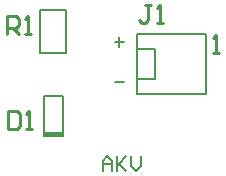
<source format=gto>
G04*
G04 #@! TF.GenerationSoftware,Altium Limited,Altium Designer,23.10.1 (27)*
G04*
G04 Layer_Color=65535*
%FSLAX44Y44*%
%MOMM*%
G71*
G04*
G04 #@! TF.SameCoordinates,4CE9EA45-4993-4C82-AD02-D2FF3EB750FC*
G04*
G04*
G04 #@! TF.FilePolarity,Positive*
G04*
G01*
G75*
%ADD10C,0.2000*%
%ADD11C,0.2540*%
%ADD12R,1.6000X0.4000*%
D10*
X37000Y41000D02*
X53000D01*
X37000D02*
Y75000D01*
X53000D01*
Y41000D02*
Y75000D01*
X174210Y76900D02*
Y127700D01*
X115790Y76900D02*
X174210D01*
X115790D02*
Y127700D01*
X174210D01*
X115790Y115000D02*
X131030D01*
Y89600D02*
Y115000D01*
X115790Y89600D02*
X131030D01*
X34000Y112000D02*
Y148000D01*
Y112000D02*
X56000D01*
Y148000D01*
X34000D02*
X56000D01*
X87000Y12000D02*
Y19997D01*
X90999Y23996D01*
X94997Y19997D01*
Y12000D01*
Y17998D01*
X87000D01*
X98996Y23996D02*
Y12000D01*
Y15999D01*
X106994Y23996D01*
X100996Y17998D01*
X106994Y12000D01*
X110992Y23996D02*
Y15999D01*
X114991Y12000D01*
X118990Y15999D01*
Y23996D01*
X97000Y87000D02*
X104997D01*
X97000Y120999D02*
X104997D01*
X100999Y124997D02*
Y117000D01*
D11*
X180560Y111190D02*
X185638D01*
X183099D01*
Y126425D01*
X180560Y123886D01*
X5843Y127383D02*
X5843Y142618D01*
X13461Y142618D01*
X16000Y140078D01*
X16000Y135000D01*
X13461Y132461D01*
X5843Y132461D01*
X10921Y132461D02*
X16000Y127382D01*
X21078Y127382D02*
X26156Y127382D01*
X23617Y127382D01*
X23618Y142617D01*
X21079Y140078D01*
X127605Y151885D02*
X122526D01*
X125065D01*
Y139189D01*
X122526Y136650D01*
X119987D01*
X117448Y139189D01*
X132683Y136650D02*
X137761D01*
X135222D01*
Y151885D01*
X132683Y149346D01*
X6843Y62618D02*
Y47382D01*
X14461D01*
X17000Y49922D01*
Y60078D01*
X14461Y62618D01*
X6843D01*
X22078Y47382D02*
X27157D01*
X24618D01*
Y62618D01*
X22078Y60078D01*
D12*
X45000Y43000D02*
D03*
M02*

</source>
